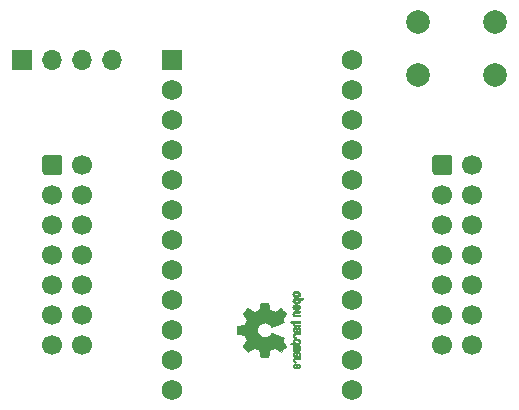
<source format=gbr>
%TF.GenerationSoftware,KiCad,Pcbnew,(5.1.12-1-10_14)*%
%TF.CreationDate,2021-12-06T09:51:28+08:00*%
%TF.ProjectId,Pragmatic,50726167-6d61-4746-9963-2e6b69636164,V0.3*%
%TF.SameCoordinates,Original*%
%TF.FileFunction,Soldermask,Bot*%
%TF.FilePolarity,Negative*%
%FSLAX46Y46*%
G04 Gerber Fmt 4.6, Leading zero omitted, Abs format (unit mm)*
G04 Created by KiCad (PCBNEW (5.1.12-1-10_14)) date 2021-12-06 09:51:28*
%MOMM*%
%LPD*%
G01*
G04 APERTURE LIST*
%ADD10C,0.010000*%
%ADD11C,1.752600*%
%ADD12R,1.752600X1.752600*%
%ADD13O,1.700000X1.700000*%
%ADD14R,1.700000X1.700000*%
%ADD15C,2.000000*%
%ADD16C,1.700000*%
G04 APERTURE END LIST*
D10*
%TO.C,Logo1*%
G36*
X142285968Y-72429744D02*
G01*
X142307087Y-72486616D01*
X142307493Y-72487267D01*
X142333380Y-72522440D01*
X142363633Y-72548407D01*
X142403058Y-72566670D01*
X142456462Y-72578732D01*
X142528651Y-72586096D01*
X142624432Y-72590264D01*
X142638078Y-72590629D01*
X142843842Y-72595876D01*
X142866678Y-72551716D01*
X142882110Y-72519763D01*
X142889423Y-72500470D01*
X142889514Y-72499578D01*
X142876022Y-72496239D01*
X142839626Y-72493587D01*
X142786452Y-72491956D01*
X142743393Y-72491600D01*
X142673641Y-72491592D01*
X142629837Y-72488403D01*
X142608944Y-72477288D01*
X142607925Y-72453501D01*
X142623741Y-72412296D01*
X142652815Y-72350086D01*
X142676963Y-72304341D01*
X142697913Y-72280813D01*
X142720747Y-72273896D01*
X142721877Y-72273886D01*
X142761212Y-72285299D01*
X142782462Y-72319092D01*
X142785539Y-72370809D01*
X142785006Y-72408061D01*
X142795735Y-72427703D01*
X142821505Y-72439952D01*
X142854337Y-72447002D01*
X142872966Y-72436842D01*
X142875632Y-72433017D01*
X142886340Y-72397001D01*
X142887856Y-72346566D01*
X142880759Y-72294626D01*
X142867788Y-72257822D01*
X142824585Y-72206938D01*
X142764446Y-72178014D01*
X142717462Y-72172286D01*
X142675082Y-72176657D01*
X142640488Y-72192475D01*
X142609763Y-72223797D01*
X142578990Y-72274678D01*
X142544252Y-72349176D01*
X142542288Y-72353714D01*
X142511287Y-72420821D01*
X142485862Y-72462232D01*
X142463014Y-72479981D01*
X142439745Y-72476107D01*
X142413056Y-72452643D01*
X142406914Y-72445627D01*
X142383100Y-72398630D01*
X142384103Y-72349933D01*
X142407451Y-72307522D01*
X142450675Y-72279384D01*
X142459160Y-72276769D01*
X142500308Y-72251308D01*
X142520128Y-72219001D01*
X142539770Y-72172286D01*
X142488950Y-72172286D01*
X142415082Y-72186496D01*
X142347327Y-72228675D01*
X142324661Y-72250624D01*
X142295569Y-72300517D01*
X142282400Y-72363967D01*
X142285968Y-72429744D01*
G37*
X142285968Y-72429744D02*
X142307087Y-72486616D01*
X142307493Y-72487267D01*
X142333380Y-72522440D01*
X142363633Y-72548407D01*
X142403058Y-72566670D01*
X142456462Y-72578732D01*
X142528651Y-72586096D01*
X142624432Y-72590264D01*
X142638078Y-72590629D01*
X142843842Y-72595876D01*
X142866678Y-72551716D01*
X142882110Y-72519763D01*
X142889423Y-72500470D01*
X142889514Y-72499578D01*
X142876022Y-72496239D01*
X142839626Y-72493587D01*
X142786452Y-72491956D01*
X142743393Y-72491600D01*
X142673641Y-72491592D01*
X142629837Y-72488403D01*
X142608944Y-72477288D01*
X142607925Y-72453501D01*
X142623741Y-72412296D01*
X142652815Y-72350086D01*
X142676963Y-72304341D01*
X142697913Y-72280813D01*
X142720747Y-72273896D01*
X142721877Y-72273886D01*
X142761212Y-72285299D01*
X142782462Y-72319092D01*
X142785539Y-72370809D01*
X142785006Y-72408061D01*
X142795735Y-72427703D01*
X142821505Y-72439952D01*
X142854337Y-72447002D01*
X142872966Y-72436842D01*
X142875632Y-72433017D01*
X142886340Y-72397001D01*
X142887856Y-72346566D01*
X142880759Y-72294626D01*
X142867788Y-72257822D01*
X142824585Y-72206938D01*
X142764446Y-72178014D01*
X142717462Y-72172286D01*
X142675082Y-72176657D01*
X142640488Y-72192475D01*
X142609763Y-72223797D01*
X142578990Y-72274678D01*
X142544252Y-72349176D01*
X142542288Y-72353714D01*
X142511287Y-72420821D01*
X142485862Y-72462232D01*
X142463014Y-72479981D01*
X142439745Y-72476107D01*
X142413056Y-72452643D01*
X142406914Y-72445627D01*
X142383100Y-72398630D01*
X142384103Y-72349933D01*
X142407451Y-72307522D01*
X142450675Y-72279384D01*
X142459160Y-72276769D01*
X142500308Y-72251308D01*
X142520128Y-72219001D01*
X142539770Y-72172286D01*
X142488950Y-72172286D01*
X142415082Y-72186496D01*
X142347327Y-72228675D01*
X142324661Y-72250624D01*
X142295569Y-72300517D01*
X142282400Y-72363967D01*
X142285968Y-72429744D01*
G36*
X142284755Y-72919926D02*
G01*
X142309084Y-72985858D01*
X142352117Y-73039273D01*
X142382409Y-73060164D01*
X142437994Y-73082939D01*
X142478186Y-73082466D01*
X142505217Y-73058562D01*
X142509813Y-73049717D01*
X142524144Y-73011530D01*
X142520472Y-72992028D01*
X142496407Y-72985422D01*
X142483114Y-72985086D01*
X142434210Y-72972992D01*
X142399999Y-72941471D01*
X142383476Y-72897659D01*
X142387634Y-72848695D01*
X142409227Y-72808894D01*
X142421544Y-72795450D01*
X142436487Y-72785921D01*
X142459075Y-72779485D01*
X142494328Y-72775317D01*
X142547266Y-72772597D01*
X142622907Y-72770502D01*
X142646857Y-72769960D01*
X142728790Y-72767981D01*
X142786455Y-72765731D01*
X142824608Y-72762357D01*
X142848004Y-72757006D01*
X142861398Y-72748824D01*
X142869545Y-72736959D01*
X142873144Y-72729362D01*
X142885452Y-72697102D01*
X142889514Y-72678111D01*
X142875948Y-72671836D01*
X142834934Y-72668006D01*
X142765999Y-72666600D01*
X142668669Y-72667598D01*
X142653657Y-72667908D01*
X142564859Y-72670101D01*
X142500019Y-72672693D01*
X142454067Y-72676382D01*
X142421935Y-72681864D01*
X142398553Y-72689835D01*
X142378852Y-72700993D01*
X142370410Y-72706830D01*
X142333057Y-72740296D01*
X142304003Y-72777727D01*
X142301467Y-72782309D01*
X142281443Y-72849426D01*
X142284755Y-72919926D01*
G37*
X142284755Y-72919926D02*
X142309084Y-72985858D01*
X142352117Y-73039273D01*
X142382409Y-73060164D01*
X142437994Y-73082939D01*
X142478186Y-73082466D01*
X142505217Y-73058562D01*
X142509813Y-73049717D01*
X142524144Y-73011530D01*
X142520472Y-72992028D01*
X142496407Y-72985422D01*
X142483114Y-72985086D01*
X142434210Y-72972992D01*
X142399999Y-72941471D01*
X142383476Y-72897659D01*
X142387634Y-72848695D01*
X142409227Y-72808894D01*
X142421544Y-72795450D01*
X142436487Y-72785921D01*
X142459075Y-72779485D01*
X142494328Y-72775317D01*
X142547266Y-72772597D01*
X142622907Y-72770502D01*
X142646857Y-72769960D01*
X142728790Y-72767981D01*
X142786455Y-72765731D01*
X142824608Y-72762357D01*
X142848004Y-72757006D01*
X142861398Y-72748824D01*
X142869545Y-72736959D01*
X142873144Y-72729362D01*
X142885452Y-72697102D01*
X142889514Y-72678111D01*
X142875948Y-72671836D01*
X142834934Y-72668006D01*
X142765999Y-72666600D01*
X142668669Y-72667598D01*
X142653657Y-72667908D01*
X142564859Y-72670101D01*
X142500019Y-72672693D01*
X142454067Y-72676382D01*
X142421935Y-72681864D01*
X142398553Y-72689835D01*
X142378852Y-72700993D01*
X142370410Y-72706830D01*
X142333057Y-72740296D01*
X142304003Y-72777727D01*
X142301467Y-72782309D01*
X142281443Y-72849426D01*
X142284755Y-72919926D01*
G36*
X142301966Y-75543595D02*
G01*
X142339497Y-75601021D01*
X142373096Y-75628719D01*
X142434064Y-75650662D01*
X142482308Y-75652405D01*
X142546816Y-75648457D01*
X142611934Y-75499686D01*
X142645202Y-75427349D01*
X142671964Y-75380084D01*
X142695144Y-75355507D01*
X142717667Y-75351237D01*
X142742455Y-75364889D01*
X142758886Y-75379943D01*
X142785235Y-75423746D01*
X142787081Y-75471389D01*
X142766546Y-75515145D01*
X142725752Y-75547289D01*
X142711347Y-75553038D01*
X142666356Y-75580576D01*
X142647182Y-75612258D01*
X142630779Y-75655714D01*
X142692966Y-75655714D01*
X142735283Y-75651872D01*
X142770969Y-75636823D01*
X142811943Y-75605280D01*
X142817267Y-75600592D01*
X142853720Y-75565506D01*
X142873283Y-75535347D01*
X142882283Y-75497615D01*
X142885230Y-75466335D01*
X142885965Y-75410385D01*
X142876660Y-75370555D01*
X142862846Y-75345708D01*
X142832467Y-75306656D01*
X142799613Y-75279625D01*
X142758294Y-75262517D01*
X142702521Y-75253238D01*
X142626305Y-75249693D01*
X142587622Y-75249410D01*
X142541247Y-75250372D01*
X142541247Y-75338007D01*
X142566126Y-75339023D01*
X142570200Y-75341556D01*
X142564665Y-75358274D01*
X142550017Y-75394249D01*
X142529190Y-75442331D01*
X142524714Y-75452386D01*
X142493814Y-75513152D01*
X142466657Y-75546632D01*
X142441220Y-75553990D01*
X142415481Y-75536391D01*
X142404109Y-75521856D01*
X142381364Y-75469410D01*
X142385122Y-75420322D01*
X142412884Y-75379227D01*
X142462152Y-75350758D01*
X142501257Y-75341631D01*
X142541247Y-75338007D01*
X142541247Y-75250372D01*
X142497249Y-75251285D01*
X142430384Y-75258196D01*
X142381695Y-75271884D01*
X142345849Y-75294096D01*
X142317513Y-75326574D01*
X142308355Y-75340733D01*
X142284507Y-75405053D01*
X142283006Y-75475473D01*
X142301966Y-75543595D01*
G37*
X142301966Y-75543595D02*
X142339497Y-75601021D01*
X142373096Y-75628719D01*
X142434064Y-75650662D01*
X142482308Y-75652405D01*
X142546816Y-75648457D01*
X142611934Y-75499686D01*
X142645202Y-75427349D01*
X142671964Y-75380084D01*
X142695144Y-75355507D01*
X142717667Y-75351237D01*
X142742455Y-75364889D01*
X142758886Y-75379943D01*
X142785235Y-75423746D01*
X142787081Y-75471389D01*
X142766546Y-75515145D01*
X142725752Y-75547289D01*
X142711347Y-75553038D01*
X142666356Y-75580576D01*
X142647182Y-75612258D01*
X142630779Y-75655714D01*
X142692966Y-75655714D01*
X142735283Y-75651872D01*
X142770969Y-75636823D01*
X142811943Y-75605280D01*
X142817267Y-75600592D01*
X142853720Y-75565506D01*
X142873283Y-75535347D01*
X142882283Y-75497615D01*
X142885230Y-75466335D01*
X142885965Y-75410385D01*
X142876660Y-75370555D01*
X142862846Y-75345708D01*
X142832467Y-75306656D01*
X142799613Y-75279625D01*
X142758294Y-75262517D01*
X142702521Y-75253238D01*
X142626305Y-75249693D01*
X142587622Y-75249410D01*
X142541247Y-75250372D01*
X142541247Y-75338007D01*
X142566126Y-75339023D01*
X142570200Y-75341556D01*
X142564665Y-75358274D01*
X142550017Y-75394249D01*
X142529190Y-75442331D01*
X142524714Y-75452386D01*
X142493814Y-75513152D01*
X142466657Y-75546632D01*
X142441220Y-75553990D01*
X142415481Y-75536391D01*
X142404109Y-75521856D01*
X142381364Y-75469410D01*
X142385122Y-75420322D01*
X142412884Y-75379227D01*
X142462152Y-75350758D01*
X142501257Y-75341631D01*
X142541247Y-75338007D01*
X142541247Y-75250372D01*
X142497249Y-75251285D01*
X142430384Y-75258196D01*
X142381695Y-75271884D01*
X142345849Y-75294096D01*
X142317513Y-75326574D01*
X142308355Y-75340733D01*
X142284507Y-75405053D01*
X142283006Y-75475473D01*
X142301966Y-75543595D01*
G36*
X142254918Y-69989744D02*
G01*
X142282568Y-70045201D01*
X142333480Y-70094148D01*
X142352338Y-70107629D01*
X142377015Y-70122314D01*
X142403816Y-70131842D01*
X142439587Y-70137293D01*
X142491169Y-70139747D01*
X142559267Y-70140286D01*
X142652588Y-70137852D01*
X142722657Y-70129394D01*
X142774931Y-70113174D01*
X142814869Y-70087454D01*
X142847929Y-70050497D01*
X142849886Y-70047782D01*
X142869908Y-70011360D01*
X142879815Y-69967502D01*
X142882257Y-69911724D01*
X142882257Y-69821048D01*
X142970283Y-69821010D01*
X143019308Y-69820166D01*
X143048065Y-69815024D01*
X143065311Y-69801587D01*
X143079808Y-69775858D01*
X143082769Y-69769679D01*
X143096648Y-69740764D01*
X143105414Y-69718376D01*
X143106171Y-69701729D01*
X143096023Y-69690036D01*
X143072073Y-69682510D01*
X143031426Y-69678366D01*
X142971186Y-69676815D01*
X142888455Y-69677071D01*
X142780339Y-69678349D01*
X142748000Y-69678748D01*
X142636524Y-69680185D01*
X142563603Y-69681472D01*
X142563603Y-69820971D01*
X142625499Y-69821755D01*
X142665997Y-69825240D01*
X142692708Y-69833124D01*
X142713244Y-69847105D01*
X142723260Y-69856597D01*
X142752567Y-69895404D01*
X142754952Y-69929763D01*
X142730750Y-69965216D01*
X142729857Y-69966114D01*
X142711153Y-69980539D01*
X142685732Y-69989313D01*
X142646584Y-69993739D01*
X142586697Y-69995118D01*
X142573430Y-69995143D01*
X142490901Y-69991812D01*
X142433691Y-69980969D01*
X142398766Y-69961340D01*
X142383094Y-69931650D01*
X142381514Y-69914491D01*
X142388926Y-69873766D01*
X142413330Y-69845832D01*
X142457980Y-69829017D01*
X142526130Y-69821650D01*
X142563603Y-69820971D01*
X142563603Y-69681472D01*
X142550245Y-69681708D01*
X142485333Y-69683677D01*
X142437958Y-69686450D01*
X142404290Y-69690388D01*
X142380498Y-69695849D01*
X142362753Y-69703192D01*
X142347224Y-69712777D01*
X142341381Y-69716887D01*
X142286185Y-69771405D01*
X142254890Y-69840336D01*
X142246165Y-69920072D01*
X142254918Y-69989744D01*
G37*
X142254918Y-69989744D02*
X142282568Y-70045201D01*
X142333480Y-70094148D01*
X142352338Y-70107629D01*
X142377015Y-70122314D01*
X142403816Y-70131842D01*
X142439587Y-70137293D01*
X142491169Y-70139747D01*
X142559267Y-70140286D01*
X142652588Y-70137852D01*
X142722657Y-70129394D01*
X142774931Y-70113174D01*
X142814869Y-70087454D01*
X142847929Y-70050497D01*
X142849886Y-70047782D01*
X142869908Y-70011360D01*
X142879815Y-69967502D01*
X142882257Y-69911724D01*
X142882257Y-69821048D01*
X142970283Y-69821010D01*
X143019308Y-69820166D01*
X143048065Y-69815024D01*
X143065311Y-69801587D01*
X143079808Y-69775858D01*
X143082769Y-69769679D01*
X143096648Y-69740764D01*
X143105414Y-69718376D01*
X143106171Y-69701729D01*
X143096023Y-69690036D01*
X143072073Y-69682510D01*
X143031426Y-69678366D01*
X142971186Y-69676815D01*
X142888455Y-69677071D01*
X142780339Y-69678349D01*
X142748000Y-69678748D01*
X142636524Y-69680185D01*
X142563603Y-69681472D01*
X142563603Y-69820971D01*
X142625499Y-69821755D01*
X142665997Y-69825240D01*
X142692708Y-69833124D01*
X142713244Y-69847105D01*
X142723260Y-69856597D01*
X142752567Y-69895404D01*
X142754952Y-69929763D01*
X142730750Y-69965216D01*
X142729857Y-69966114D01*
X142711153Y-69980539D01*
X142685732Y-69989313D01*
X142646584Y-69993739D01*
X142586697Y-69995118D01*
X142573430Y-69995143D01*
X142490901Y-69991812D01*
X142433691Y-69980969D01*
X142398766Y-69961340D01*
X142383094Y-69931650D01*
X142381514Y-69914491D01*
X142388926Y-69873766D01*
X142413330Y-69845832D01*
X142457980Y-69829017D01*
X142526130Y-69821650D01*
X142563603Y-69820971D01*
X142563603Y-69681472D01*
X142550245Y-69681708D01*
X142485333Y-69683677D01*
X142437958Y-69686450D01*
X142404290Y-69690388D01*
X142380498Y-69695849D01*
X142362753Y-69703192D01*
X142347224Y-69712777D01*
X142341381Y-69716887D01*
X142286185Y-69771405D01*
X142254890Y-69840336D01*
X142246165Y-69920072D01*
X142254918Y-69989744D01*
G36*
X142293752Y-75042600D02*
G01*
X142301334Y-75059948D01*
X142334128Y-75101356D01*
X142381547Y-75136765D01*
X142432151Y-75158664D01*
X142457098Y-75162229D01*
X142491927Y-75150279D01*
X142510357Y-75124067D01*
X142521516Y-75095964D01*
X142523572Y-75083095D01*
X142508649Y-75076829D01*
X142476175Y-75064456D01*
X142461502Y-75059028D01*
X142410744Y-75028590D01*
X142385427Y-74984520D01*
X142386206Y-74928010D01*
X142387203Y-74923825D01*
X142401507Y-74893655D01*
X142429393Y-74871476D01*
X142474287Y-74856327D01*
X142539615Y-74847250D01*
X142628804Y-74843286D01*
X142676261Y-74842914D01*
X142751071Y-74842730D01*
X142802069Y-74841522D01*
X142834471Y-74838309D01*
X142853495Y-74832109D01*
X142864356Y-74821940D01*
X142872272Y-74806819D01*
X142872670Y-74805946D01*
X142884981Y-74776828D01*
X142889514Y-74762403D01*
X142875809Y-74760186D01*
X142837925Y-74758289D01*
X142780715Y-74756847D01*
X142709027Y-74755998D01*
X142656565Y-74755829D01*
X142555047Y-74756692D01*
X142478032Y-74760070D01*
X142421023Y-74767142D01*
X142379526Y-74779088D01*
X142349043Y-74797090D01*
X142325080Y-74822327D01*
X142308355Y-74847247D01*
X142286097Y-74907171D01*
X142281076Y-74976911D01*
X142293752Y-75042600D01*
G37*
X142293752Y-75042600D02*
X142301334Y-75059948D01*
X142334128Y-75101356D01*
X142381547Y-75136765D01*
X142432151Y-75158664D01*
X142457098Y-75162229D01*
X142491927Y-75150279D01*
X142510357Y-75124067D01*
X142521516Y-75095964D01*
X142523572Y-75083095D01*
X142508649Y-75076829D01*
X142476175Y-75064456D01*
X142461502Y-75059028D01*
X142410744Y-75028590D01*
X142385427Y-74984520D01*
X142386206Y-74928010D01*
X142387203Y-74923825D01*
X142401507Y-74893655D01*
X142429393Y-74871476D01*
X142474287Y-74856327D01*
X142539615Y-74847250D01*
X142628804Y-74843286D01*
X142676261Y-74842914D01*
X142751071Y-74842730D01*
X142802069Y-74841522D01*
X142834471Y-74838309D01*
X142853495Y-74832109D01*
X142864356Y-74821940D01*
X142872272Y-74806819D01*
X142872670Y-74805946D01*
X142884981Y-74776828D01*
X142889514Y-74762403D01*
X142875809Y-74760186D01*
X142837925Y-74758289D01*
X142780715Y-74756847D01*
X142709027Y-74755998D01*
X142656565Y-74755829D01*
X142555047Y-74756692D01*
X142478032Y-74760070D01*
X142421023Y-74767142D01*
X142379526Y-74779088D01*
X142349043Y-74797090D01*
X142325080Y-74822327D01*
X142308355Y-74847247D01*
X142286097Y-74907171D01*
X142281076Y-74976911D01*
X142293752Y-75042600D01*
G36*
X142256962Y-69431115D02*
G01*
X142292733Y-69499145D01*
X142350301Y-69549351D01*
X142387312Y-69567185D01*
X142442882Y-69581063D01*
X142513096Y-69588167D01*
X142589727Y-69588840D01*
X142664552Y-69583427D01*
X142729342Y-69572270D01*
X142775873Y-69555714D01*
X142783887Y-69550626D01*
X142843707Y-69490355D01*
X142879535Y-69418769D01*
X142890020Y-69341092D01*
X142873810Y-69262548D01*
X142864092Y-69240689D01*
X142834143Y-69198122D01*
X142794433Y-69160763D01*
X142789397Y-69157232D01*
X142765124Y-69142881D01*
X142739178Y-69133394D01*
X142705022Y-69127790D01*
X142656119Y-69125086D01*
X142585935Y-69124299D01*
X142570200Y-69124286D01*
X142565192Y-69124322D01*
X142565192Y-69269429D01*
X142631430Y-69270273D01*
X142675386Y-69273596D01*
X142703779Y-69280583D01*
X142723325Y-69292416D01*
X142729857Y-69298457D01*
X142754680Y-69333186D01*
X142753548Y-69366903D01*
X142732016Y-69400995D01*
X142709029Y-69421329D01*
X142675478Y-69433371D01*
X142622569Y-69440134D01*
X142616399Y-69440598D01*
X142520513Y-69441752D01*
X142449299Y-69429688D01*
X142403194Y-69404570D01*
X142382635Y-69366560D01*
X142381514Y-69352992D01*
X142387152Y-69317364D01*
X142406686Y-69292994D01*
X142444042Y-69278093D01*
X142503150Y-69270875D01*
X142565192Y-69269429D01*
X142565192Y-69124322D01*
X142495413Y-69124826D01*
X142443159Y-69127096D01*
X142406949Y-69132068D01*
X142380299Y-69140713D01*
X142356722Y-69154005D01*
X142352338Y-69156943D01*
X142293249Y-69206313D01*
X142258947Y-69260109D01*
X142245331Y-69325602D01*
X142244665Y-69347842D01*
X142256962Y-69431115D01*
G37*
X142256962Y-69431115D02*
X142292733Y-69499145D01*
X142350301Y-69549351D01*
X142387312Y-69567185D01*
X142442882Y-69581063D01*
X142513096Y-69588167D01*
X142589727Y-69588840D01*
X142664552Y-69583427D01*
X142729342Y-69572270D01*
X142775873Y-69555714D01*
X142783887Y-69550626D01*
X142843707Y-69490355D01*
X142879535Y-69418769D01*
X142890020Y-69341092D01*
X142873810Y-69262548D01*
X142864092Y-69240689D01*
X142834143Y-69198122D01*
X142794433Y-69160763D01*
X142789397Y-69157232D01*
X142765124Y-69142881D01*
X142739178Y-69133394D01*
X142705022Y-69127790D01*
X142656119Y-69125086D01*
X142585935Y-69124299D01*
X142570200Y-69124286D01*
X142565192Y-69124322D01*
X142565192Y-69269429D01*
X142631430Y-69270273D01*
X142675386Y-69273596D01*
X142703779Y-69280583D01*
X142723325Y-69292416D01*
X142729857Y-69298457D01*
X142754680Y-69333186D01*
X142753548Y-69366903D01*
X142732016Y-69400995D01*
X142709029Y-69421329D01*
X142675478Y-69433371D01*
X142622569Y-69440134D01*
X142616399Y-69440598D01*
X142520513Y-69441752D01*
X142449299Y-69429688D01*
X142403194Y-69404570D01*
X142382635Y-69366560D01*
X142381514Y-69352992D01*
X142387152Y-69317364D01*
X142406686Y-69292994D01*
X142444042Y-69278093D01*
X142503150Y-69270875D01*
X142565192Y-69269429D01*
X142565192Y-69124322D01*
X142495413Y-69124826D01*
X142443159Y-69127096D01*
X142406949Y-69132068D01*
X142380299Y-69140713D01*
X142356722Y-69154005D01*
X142352338Y-69156943D01*
X142293249Y-69206313D01*
X142258947Y-69260109D01*
X142245331Y-69325602D01*
X142244665Y-69347842D01*
X142256962Y-69431115D01*
G36*
X142262780Y-71106093D02*
G01*
X142289723Y-71152672D01*
X142316466Y-71185057D01*
X142344484Y-71208742D01*
X142378748Y-71225059D01*
X142424227Y-71235339D01*
X142485892Y-71240914D01*
X142568711Y-71243116D01*
X142628246Y-71243371D01*
X142847391Y-71243371D01*
X142875044Y-71181686D01*
X142902697Y-71120000D01*
X142662670Y-71112743D01*
X142573028Y-71109744D01*
X142507962Y-71106598D01*
X142463026Y-71102701D01*
X142433770Y-71097447D01*
X142415748Y-71090231D01*
X142404511Y-71080450D01*
X142402079Y-71077312D01*
X142383083Y-71029761D01*
X142390600Y-70981697D01*
X142410543Y-70953086D01*
X142424675Y-70941447D01*
X142443220Y-70933391D01*
X142471334Y-70928271D01*
X142514173Y-70925441D01*
X142576895Y-70924256D01*
X142642261Y-70924057D01*
X142724268Y-70924018D01*
X142782316Y-70922614D01*
X142821465Y-70917914D01*
X142846780Y-70907987D01*
X142863323Y-70890903D01*
X142876156Y-70864732D01*
X142889491Y-70829775D01*
X142904007Y-70791596D01*
X142646389Y-70796141D01*
X142553519Y-70797971D01*
X142484889Y-70800112D01*
X142435711Y-70803181D01*
X142401198Y-70807794D01*
X142376562Y-70814568D01*
X142357016Y-70824119D01*
X142339770Y-70835634D01*
X142284680Y-70891190D01*
X142252822Y-70958980D01*
X142245191Y-71032713D01*
X142262780Y-71106093D01*
G37*
X142262780Y-71106093D02*
X142289723Y-71152672D01*
X142316466Y-71185057D01*
X142344484Y-71208742D01*
X142378748Y-71225059D01*
X142424227Y-71235339D01*
X142485892Y-71240914D01*
X142568711Y-71243116D01*
X142628246Y-71243371D01*
X142847391Y-71243371D01*
X142875044Y-71181686D01*
X142902697Y-71120000D01*
X142662670Y-71112743D01*
X142573028Y-71109744D01*
X142507962Y-71106598D01*
X142463026Y-71102701D01*
X142433770Y-71097447D01*
X142415748Y-71090231D01*
X142404511Y-71080450D01*
X142402079Y-71077312D01*
X142383083Y-71029761D01*
X142390600Y-70981697D01*
X142410543Y-70953086D01*
X142424675Y-70941447D01*
X142443220Y-70933391D01*
X142471334Y-70928271D01*
X142514173Y-70925441D01*
X142576895Y-70924256D01*
X142642261Y-70924057D01*
X142724268Y-70924018D01*
X142782316Y-70922614D01*
X142821465Y-70917914D01*
X142846780Y-70907987D01*
X142863323Y-70890903D01*
X142876156Y-70864732D01*
X142889491Y-70829775D01*
X142904007Y-70791596D01*
X142646389Y-70796141D01*
X142553519Y-70797971D01*
X142484889Y-70800112D01*
X142435711Y-70803181D01*
X142401198Y-70807794D01*
X142376562Y-70814568D01*
X142357016Y-70824119D01*
X142339770Y-70835634D01*
X142284680Y-70891190D01*
X142252822Y-70958980D01*
X142245191Y-71032713D01*
X142262780Y-71106093D01*
G36*
X142266239Y-70558303D02*
G01*
X142304735Y-70615527D01*
X142360335Y-70659749D01*
X142431086Y-70686167D01*
X142483162Y-70691510D01*
X142504893Y-70690903D01*
X142521531Y-70685822D01*
X142536437Y-70671855D01*
X142552973Y-70644589D01*
X142574498Y-70599612D01*
X142604374Y-70532511D01*
X142604524Y-70532171D01*
X142632813Y-70470407D01*
X142657933Y-70419759D01*
X142677179Y-70385404D01*
X142687848Y-70372518D01*
X142687934Y-70372514D01*
X142711166Y-70383872D01*
X142736774Y-70410431D01*
X142755221Y-70440923D01*
X142758886Y-70456370D01*
X142746212Y-70498515D01*
X142714471Y-70534808D01*
X142679572Y-70552517D01*
X142653845Y-70569552D01*
X142624546Y-70602922D01*
X142599235Y-70642149D01*
X142585471Y-70676756D01*
X142584714Y-70683993D01*
X142597160Y-70692139D01*
X142628972Y-70692630D01*
X142671866Y-70686643D01*
X142717558Y-70675357D01*
X142757761Y-70659950D01*
X142759322Y-70659171D01*
X142824062Y-70612804D01*
X142868097Y-70552711D01*
X142889711Y-70484465D01*
X142887185Y-70413638D01*
X142858804Y-70345804D01*
X142856808Y-70342788D01*
X142808448Y-70289427D01*
X142745352Y-70254340D01*
X142662387Y-70234922D01*
X142639078Y-70232316D01*
X142529055Y-70227701D01*
X142477748Y-70233233D01*
X142477748Y-70372514D01*
X142509753Y-70374324D01*
X142519093Y-70384222D01*
X142512105Y-70408898D01*
X142495587Y-70447795D01*
X142474881Y-70491275D01*
X142474333Y-70492356D01*
X142454949Y-70529209D01*
X142442013Y-70544000D01*
X142428451Y-70540353D01*
X142410632Y-70524995D01*
X142384845Y-70485923D01*
X142382950Y-70443846D01*
X142401717Y-70406103D01*
X142437915Y-70380034D01*
X142477748Y-70372514D01*
X142477748Y-70233233D01*
X142441027Y-70237194D01*
X142371212Y-70261550D01*
X142322302Y-70295456D01*
X142272878Y-70356653D01*
X142248359Y-70424063D01*
X142246797Y-70492880D01*
X142266239Y-70558303D01*
G37*
X142266239Y-70558303D02*
X142304735Y-70615527D01*
X142360335Y-70659749D01*
X142431086Y-70686167D01*
X142483162Y-70691510D01*
X142504893Y-70690903D01*
X142521531Y-70685822D01*
X142536437Y-70671855D01*
X142552973Y-70644589D01*
X142574498Y-70599612D01*
X142604374Y-70532511D01*
X142604524Y-70532171D01*
X142632813Y-70470407D01*
X142657933Y-70419759D01*
X142677179Y-70385404D01*
X142687848Y-70372518D01*
X142687934Y-70372514D01*
X142711166Y-70383872D01*
X142736774Y-70410431D01*
X142755221Y-70440923D01*
X142758886Y-70456370D01*
X142746212Y-70498515D01*
X142714471Y-70534808D01*
X142679572Y-70552517D01*
X142653845Y-70569552D01*
X142624546Y-70602922D01*
X142599235Y-70642149D01*
X142585471Y-70676756D01*
X142584714Y-70683993D01*
X142597160Y-70692139D01*
X142628972Y-70692630D01*
X142671866Y-70686643D01*
X142717558Y-70675357D01*
X142757761Y-70659950D01*
X142759322Y-70659171D01*
X142824062Y-70612804D01*
X142868097Y-70552711D01*
X142889711Y-70484465D01*
X142887185Y-70413638D01*
X142858804Y-70345804D01*
X142856808Y-70342788D01*
X142808448Y-70289427D01*
X142745352Y-70254340D01*
X142662387Y-70234922D01*
X142639078Y-70232316D01*
X142529055Y-70227701D01*
X142477748Y-70233233D01*
X142477748Y-70372514D01*
X142509753Y-70374324D01*
X142519093Y-70384222D01*
X142512105Y-70408898D01*
X142495587Y-70447795D01*
X142474881Y-70491275D01*
X142474333Y-70492356D01*
X142454949Y-70529209D01*
X142442013Y-70544000D01*
X142428451Y-70540353D01*
X142410632Y-70524995D01*
X142384845Y-70485923D01*
X142382950Y-70443846D01*
X142401717Y-70406103D01*
X142437915Y-70380034D01*
X142477748Y-70372514D01*
X142477748Y-70233233D01*
X142441027Y-70237194D01*
X142371212Y-70261550D01*
X142322302Y-70295456D01*
X142272878Y-70356653D01*
X142248359Y-70424063D01*
X142246797Y-70492880D01*
X142266239Y-70558303D01*
G36*
X142186289Y-71765886D02*
G01*
X142245613Y-71770139D01*
X142280572Y-71775025D01*
X142295820Y-71781795D01*
X142296015Y-71791702D01*
X142294195Y-71794914D01*
X142281015Y-71837644D01*
X142281785Y-71893227D01*
X142295333Y-71949737D01*
X142312861Y-71985082D01*
X142340861Y-72021321D01*
X142372549Y-72047813D01*
X142412813Y-72065999D01*
X142466543Y-72077322D01*
X142538626Y-72083222D01*
X142633951Y-72085143D01*
X142652237Y-72085177D01*
X142857646Y-72085200D01*
X142873580Y-72039491D01*
X142884420Y-72007027D01*
X142889468Y-71989215D01*
X142889514Y-71988691D01*
X142875828Y-71986937D01*
X142838076Y-71985444D01*
X142781224Y-71984326D01*
X142710234Y-71983697D01*
X142667073Y-71983600D01*
X142581973Y-71983398D01*
X142520981Y-71982358D01*
X142479177Y-71979831D01*
X142451642Y-71975164D01*
X142433456Y-71967707D01*
X142419698Y-71956811D01*
X142413073Y-71950007D01*
X142386375Y-71903272D01*
X142384375Y-71852272D01*
X142406955Y-71806001D01*
X142415107Y-71797444D01*
X142430436Y-71784893D01*
X142448618Y-71776188D01*
X142474909Y-71770631D01*
X142514562Y-71767526D01*
X142572832Y-71766176D01*
X142653173Y-71765886D01*
X142857646Y-71765886D01*
X142873580Y-71720177D01*
X142884420Y-71687713D01*
X142889468Y-71669901D01*
X142889514Y-71669377D01*
X142875623Y-71668037D01*
X142836439Y-71666828D01*
X142775700Y-71665801D01*
X142697141Y-71665002D01*
X142604498Y-71664481D01*
X142501509Y-71664286D01*
X142104342Y-71664286D01*
X142084444Y-71711457D01*
X142064547Y-71758629D01*
X142186289Y-71765886D01*
G37*
X142186289Y-71765886D02*
X142245613Y-71770139D01*
X142280572Y-71775025D01*
X142295820Y-71781795D01*
X142296015Y-71791702D01*
X142294195Y-71794914D01*
X142281015Y-71837644D01*
X142281785Y-71893227D01*
X142295333Y-71949737D01*
X142312861Y-71985082D01*
X142340861Y-72021321D01*
X142372549Y-72047813D01*
X142412813Y-72065999D01*
X142466543Y-72077322D01*
X142538626Y-72083222D01*
X142633951Y-72085143D01*
X142652237Y-72085177D01*
X142857646Y-72085200D01*
X142873580Y-72039491D01*
X142884420Y-72007027D01*
X142889468Y-71989215D01*
X142889514Y-71988691D01*
X142875828Y-71986937D01*
X142838076Y-71985444D01*
X142781224Y-71984326D01*
X142710234Y-71983697D01*
X142667073Y-71983600D01*
X142581973Y-71983398D01*
X142520981Y-71982358D01*
X142479177Y-71979831D01*
X142451642Y-71975164D01*
X142433456Y-71967707D01*
X142419698Y-71956811D01*
X142413073Y-71950007D01*
X142386375Y-71903272D01*
X142384375Y-71852272D01*
X142406955Y-71806001D01*
X142415107Y-71797444D01*
X142430436Y-71784893D01*
X142448618Y-71776188D01*
X142474909Y-71770631D01*
X142514562Y-71767526D01*
X142572832Y-71766176D01*
X142653173Y-71765886D01*
X142857646Y-71765886D01*
X142873580Y-71720177D01*
X142884420Y-71687713D01*
X142889468Y-71669901D01*
X142889514Y-71669377D01*
X142875623Y-71668037D01*
X142836439Y-71666828D01*
X142775700Y-71665801D01*
X142697141Y-71665002D01*
X142604498Y-71664481D01*
X142501509Y-71664286D01*
X142104342Y-71664286D01*
X142084444Y-71711457D01*
X142064547Y-71758629D01*
X142186289Y-71765886D01*
G36*
X142400358Y-73580117D02*
G01*
X142508837Y-73579933D01*
X142592287Y-73579219D01*
X142654704Y-73577675D01*
X142700085Y-73575001D01*
X142732429Y-73570894D01*
X142755733Y-73565055D01*
X142773995Y-73557182D01*
X142784418Y-73551221D01*
X142840945Y-73501855D01*
X142876377Y-73439264D01*
X142889090Y-73370013D01*
X142877463Y-73300668D01*
X142856568Y-73259375D01*
X142820422Y-73216025D01*
X142776276Y-73186481D01*
X142718462Y-73168655D01*
X142641313Y-73160463D01*
X142584714Y-73159302D01*
X142580647Y-73159458D01*
X142580647Y-73260857D01*
X142645550Y-73261476D01*
X142688514Y-73264314D01*
X142716622Y-73270840D01*
X142736953Y-73282523D01*
X142752288Y-73296483D01*
X142781890Y-73343365D01*
X142784419Y-73393701D01*
X142759705Y-73441276D01*
X142756356Y-73444979D01*
X142738935Y-73460783D01*
X142718209Y-73470693D01*
X142687362Y-73476058D01*
X142639577Y-73478228D01*
X142586748Y-73478571D01*
X142520381Y-73477827D01*
X142476106Y-73474748D01*
X142447009Y-73468061D01*
X142426173Y-73456496D01*
X142415107Y-73447013D01*
X142387198Y-73402960D01*
X142383843Y-73352224D01*
X142405159Y-73303796D01*
X142413073Y-73294450D01*
X142430647Y-73278540D01*
X142451587Y-73268610D01*
X142482782Y-73263278D01*
X142531122Y-73261163D01*
X142580647Y-73260857D01*
X142580647Y-73159458D01*
X142493568Y-73162810D01*
X142425086Y-73174726D01*
X142373600Y-73197135D01*
X142333443Y-73232124D01*
X142312861Y-73259375D01*
X142290625Y-73308907D01*
X142280304Y-73366316D01*
X142283067Y-73419682D01*
X142294212Y-73449543D01*
X142297383Y-73461261D01*
X142285557Y-73469037D01*
X142253866Y-73474465D01*
X142205593Y-73478571D01*
X142151829Y-73483067D01*
X142119482Y-73489313D01*
X142100985Y-73500676D01*
X142088770Y-73520528D01*
X142083362Y-73533000D01*
X142063601Y-73580171D01*
X142400358Y-73580117D01*
G37*
X142400358Y-73580117D02*
X142508837Y-73579933D01*
X142592287Y-73579219D01*
X142654704Y-73577675D01*
X142700085Y-73575001D01*
X142732429Y-73570894D01*
X142755733Y-73565055D01*
X142773995Y-73557182D01*
X142784418Y-73551221D01*
X142840945Y-73501855D01*
X142876377Y-73439264D01*
X142889090Y-73370013D01*
X142877463Y-73300668D01*
X142856568Y-73259375D01*
X142820422Y-73216025D01*
X142776276Y-73186481D01*
X142718462Y-73168655D01*
X142641313Y-73160463D01*
X142584714Y-73159302D01*
X142580647Y-73159458D01*
X142580647Y-73260857D01*
X142645550Y-73261476D01*
X142688514Y-73264314D01*
X142716622Y-73270840D01*
X142736953Y-73282523D01*
X142752288Y-73296483D01*
X142781890Y-73343365D01*
X142784419Y-73393701D01*
X142759705Y-73441276D01*
X142756356Y-73444979D01*
X142738935Y-73460783D01*
X142718209Y-73470693D01*
X142687362Y-73476058D01*
X142639577Y-73478228D01*
X142586748Y-73478571D01*
X142520381Y-73477827D01*
X142476106Y-73474748D01*
X142447009Y-73468061D01*
X142426173Y-73456496D01*
X142415107Y-73447013D01*
X142387198Y-73402960D01*
X142383843Y-73352224D01*
X142405159Y-73303796D01*
X142413073Y-73294450D01*
X142430647Y-73278540D01*
X142451587Y-73268610D01*
X142482782Y-73263278D01*
X142531122Y-73261163D01*
X142580647Y-73260857D01*
X142580647Y-73159458D01*
X142493568Y-73162810D01*
X142425086Y-73174726D01*
X142373600Y-73197135D01*
X142333443Y-73232124D01*
X142312861Y-73259375D01*
X142290625Y-73308907D01*
X142280304Y-73366316D01*
X142283067Y-73419682D01*
X142294212Y-73449543D01*
X142297383Y-73461261D01*
X142285557Y-73469037D01*
X142253866Y-73474465D01*
X142205593Y-73478571D01*
X142151829Y-73483067D01*
X142119482Y-73489313D01*
X142100985Y-73500676D01*
X142088770Y-73520528D01*
X142083362Y-73533000D01*
X142063601Y-73580171D01*
X142400358Y-73580117D01*
G36*
X142293663Y-74169833D02*
G01*
X142331850Y-74172048D01*
X142389886Y-74173784D01*
X142463180Y-74174899D01*
X142540055Y-74175257D01*
X142800196Y-74175257D01*
X142846127Y-74129326D01*
X142874429Y-74097675D01*
X142885893Y-74069890D01*
X142885168Y-74031915D01*
X142883321Y-74016840D01*
X142877948Y-73969726D01*
X142874869Y-73930756D01*
X142874585Y-73921257D01*
X142876445Y-73889233D01*
X142881114Y-73843432D01*
X142883321Y-73825674D01*
X142886735Y-73782057D01*
X142879320Y-73752745D01*
X142856427Y-73723680D01*
X142846127Y-73713188D01*
X142800196Y-73667257D01*
X142313602Y-73667257D01*
X142296758Y-73704226D01*
X142284282Y-73736059D01*
X142279914Y-73754683D01*
X142293718Y-73759458D01*
X142332286Y-73763921D01*
X142391356Y-73767775D01*
X142466663Y-73770722D01*
X142530286Y-73772143D01*
X142780657Y-73776114D01*
X142785556Y-73810759D01*
X142782131Y-73842268D01*
X142771041Y-73857708D01*
X142750308Y-73862023D01*
X142706145Y-73865708D01*
X142644146Y-73868469D01*
X142569909Y-73870012D01*
X142531706Y-73870235D01*
X142311783Y-73870457D01*
X142295849Y-73916166D01*
X142285015Y-73948518D01*
X142279962Y-73966115D01*
X142279914Y-73966623D01*
X142293648Y-73968388D01*
X142331730Y-73970329D01*
X142389482Y-73972282D01*
X142462227Y-73974084D01*
X142530286Y-73975343D01*
X142780657Y-73979314D01*
X142780657Y-74066400D01*
X142552240Y-74070396D01*
X142323822Y-74074392D01*
X142301868Y-74116847D01*
X142286793Y-74148192D01*
X142279951Y-74166744D01*
X142279914Y-74167279D01*
X142293663Y-74169833D01*
G37*
X142293663Y-74169833D02*
X142331850Y-74172048D01*
X142389886Y-74173784D01*
X142463180Y-74174899D01*
X142540055Y-74175257D01*
X142800196Y-74175257D01*
X142846127Y-74129326D01*
X142874429Y-74097675D01*
X142885893Y-74069890D01*
X142885168Y-74031915D01*
X142883321Y-74016840D01*
X142877948Y-73969726D01*
X142874869Y-73930756D01*
X142874585Y-73921257D01*
X142876445Y-73889233D01*
X142881114Y-73843432D01*
X142883321Y-73825674D01*
X142886735Y-73782057D01*
X142879320Y-73752745D01*
X142856427Y-73723680D01*
X142846127Y-73713188D01*
X142800196Y-73667257D01*
X142313602Y-73667257D01*
X142296758Y-73704226D01*
X142284282Y-73736059D01*
X142279914Y-73754683D01*
X142293718Y-73759458D01*
X142332286Y-73763921D01*
X142391356Y-73767775D01*
X142466663Y-73770722D01*
X142530286Y-73772143D01*
X142780657Y-73776114D01*
X142785556Y-73810759D01*
X142782131Y-73842268D01*
X142771041Y-73857708D01*
X142750308Y-73862023D01*
X142706145Y-73865708D01*
X142644146Y-73868469D01*
X142569909Y-73870012D01*
X142531706Y-73870235D01*
X142311783Y-73870457D01*
X142295849Y-73916166D01*
X142285015Y-73948518D01*
X142279962Y-73966115D01*
X142279914Y-73966623D01*
X142293648Y-73968388D01*
X142331730Y-73970329D01*
X142389482Y-73972282D01*
X142462227Y-73974084D01*
X142530286Y-73975343D01*
X142780657Y-73979314D01*
X142780657Y-74066400D01*
X142552240Y-74070396D01*
X142323822Y-74074392D01*
X142301868Y-74116847D01*
X142286793Y-74148192D01*
X142279951Y-74166744D01*
X142279914Y-74167279D01*
X142293663Y-74169833D01*
G36*
X142291335Y-74534876D02*
G01*
X142310344Y-74576667D01*
X142333378Y-74609469D01*
X142359133Y-74633503D01*
X142392358Y-74650097D01*
X142437800Y-74660577D01*
X142500207Y-74666271D01*
X142584327Y-74668507D01*
X142639721Y-74668743D01*
X142855826Y-74668743D01*
X142872670Y-74631774D01*
X142884981Y-74602656D01*
X142889514Y-74588231D01*
X142876025Y-74585472D01*
X142839653Y-74583282D01*
X142786542Y-74581942D01*
X142744372Y-74581657D01*
X142683447Y-74580434D01*
X142635115Y-74577136D01*
X142605518Y-74572321D01*
X142599229Y-74568496D01*
X142605652Y-74542783D01*
X142622125Y-74502418D01*
X142644458Y-74455679D01*
X142668457Y-74410845D01*
X142689930Y-74376193D01*
X142704685Y-74360002D01*
X142704845Y-74359938D01*
X142732152Y-74361330D01*
X142758219Y-74373818D01*
X142779392Y-74395743D01*
X142786474Y-74427743D01*
X142785649Y-74455092D01*
X142785042Y-74493826D01*
X142794116Y-74514158D01*
X142818092Y-74526369D01*
X142822613Y-74527909D01*
X142856806Y-74533203D01*
X142877568Y-74519047D01*
X142887462Y-74482148D01*
X142889292Y-74442289D01*
X142875727Y-74370562D01*
X142856355Y-74333432D01*
X142810845Y-74287576D01*
X142754983Y-74263256D01*
X142695957Y-74261073D01*
X142640953Y-74281629D01*
X142606486Y-74312549D01*
X142587189Y-74343420D01*
X142562759Y-74391942D01*
X142537985Y-74448485D01*
X142534199Y-74457910D01*
X142506791Y-74520019D01*
X142482634Y-74555822D01*
X142458619Y-74567337D01*
X142431635Y-74556580D01*
X142410543Y-74538114D01*
X142384572Y-74494469D01*
X142382624Y-74446446D01*
X142402637Y-74402406D01*
X142442551Y-74370709D01*
X142452848Y-74366549D01*
X142490724Y-74342327D01*
X142518842Y-74306965D01*
X142541917Y-74262343D01*
X142476485Y-74262343D01*
X142436506Y-74264969D01*
X142404997Y-74276230D01*
X142371378Y-74301199D01*
X142345484Y-74325169D01*
X142308817Y-74362441D01*
X142289121Y-74391401D01*
X142281220Y-74422505D01*
X142279914Y-74457713D01*
X142291335Y-74534876D01*
G37*
X142291335Y-74534876D02*
X142310344Y-74576667D01*
X142333378Y-74609469D01*
X142359133Y-74633503D01*
X142392358Y-74650097D01*
X142437800Y-74660577D01*
X142500207Y-74666271D01*
X142584327Y-74668507D01*
X142639721Y-74668743D01*
X142855826Y-74668743D01*
X142872670Y-74631774D01*
X142884981Y-74602656D01*
X142889514Y-74588231D01*
X142876025Y-74585472D01*
X142839653Y-74583282D01*
X142786542Y-74581942D01*
X142744372Y-74581657D01*
X142683447Y-74580434D01*
X142635115Y-74577136D01*
X142605518Y-74572321D01*
X142599229Y-74568496D01*
X142605652Y-74542783D01*
X142622125Y-74502418D01*
X142644458Y-74455679D01*
X142668457Y-74410845D01*
X142689930Y-74376193D01*
X142704685Y-74360002D01*
X142704845Y-74359938D01*
X142732152Y-74361330D01*
X142758219Y-74373818D01*
X142779392Y-74395743D01*
X142786474Y-74427743D01*
X142785649Y-74455092D01*
X142785042Y-74493826D01*
X142794116Y-74514158D01*
X142818092Y-74526369D01*
X142822613Y-74527909D01*
X142856806Y-74533203D01*
X142877568Y-74519047D01*
X142887462Y-74482148D01*
X142889292Y-74442289D01*
X142875727Y-74370562D01*
X142856355Y-74333432D01*
X142810845Y-74287576D01*
X142754983Y-74263256D01*
X142695957Y-74261073D01*
X142640953Y-74281629D01*
X142606486Y-74312549D01*
X142587189Y-74343420D01*
X142562759Y-74391942D01*
X142537985Y-74448485D01*
X142534199Y-74457910D01*
X142506791Y-74520019D01*
X142482634Y-74555822D01*
X142458619Y-74567337D01*
X142431635Y-74556580D01*
X142410543Y-74538114D01*
X142384572Y-74494469D01*
X142382624Y-74446446D01*
X142402637Y-74402406D01*
X142442551Y-74370709D01*
X142452848Y-74366549D01*
X142490724Y-74342327D01*
X142518842Y-74306965D01*
X142541917Y-74262343D01*
X142476485Y-74262343D01*
X142436506Y-74264969D01*
X142404997Y-74276230D01*
X142371378Y-74301199D01*
X142345484Y-74325169D01*
X142308817Y-74362441D01*
X142289121Y-74391401D01*
X142281220Y-74422505D01*
X142279914Y-74457713D01*
X142291335Y-74534876D01*
G36*
X137577348Y-72493910D02*
G01*
X137577778Y-72572454D01*
X137578942Y-72629298D01*
X137581207Y-72668105D01*
X137584940Y-72692538D01*
X137590506Y-72706262D01*
X137598273Y-72712940D01*
X137608605Y-72716236D01*
X137609943Y-72716556D01*
X137634079Y-72721562D01*
X137681701Y-72730829D01*
X137747741Y-72743392D01*
X137827128Y-72758287D01*
X137914796Y-72774551D01*
X137917875Y-72775119D01*
X138003789Y-72791410D01*
X138079696Y-72806652D01*
X138141045Y-72819861D01*
X138183282Y-72830054D01*
X138201855Y-72836248D01*
X138202184Y-72836543D01*
X138211253Y-72854788D01*
X138226367Y-72892405D01*
X138244262Y-72941271D01*
X138244358Y-72941543D01*
X138267493Y-73003093D01*
X138296965Y-73075657D01*
X138326597Y-73144057D01*
X138328062Y-73147294D01*
X138378626Y-73258702D01*
X138210160Y-73505399D01*
X138158803Y-73581077D01*
X138112889Y-73649631D01*
X138075030Y-73707088D01*
X138047837Y-73749476D01*
X138033921Y-73772825D01*
X138032889Y-73775042D01*
X138037484Y-73792010D01*
X138059655Y-73823701D01*
X138100447Y-73871352D01*
X138160905Y-73936198D01*
X138225227Y-74002397D01*
X138288612Y-74066214D01*
X138346451Y-74123329D01*
X138395175Y-74170305D01*
X138431210Y-74203703D01*
X138450984Y-74220085D01*
X138452002Y-74220694D01*
X138465572Y-74222505D01*
X138487733Y-74215683D01*
X138521478Y-74198540D01*
X138569800Y-74169393D01*
X138635692Y-74126555D01*
X138720517Y-74069448D01*
X138795177Y-74018766D01*
X138862140Y-73973461D01*
X138917516Y-73936150D01*
X138957420Y-73909452D01*
X138977962Y-73895985D01*
X138979356Y-73895137D01*
X138999038Y-73896781D01*
X139037293Y-73909245D01*
X139086889Y-73930048D01*
X139102728Y-73937462D01*
X139173290Y-73969814D01*
X139253353Y-74004328D01*
X139322629Y-74032365D01*
X139374045Y-74052568D01*
X139413119Y-74068615D01*
X139433541Y-74077888D01*
X139435114Y-74079041D01*
X139437721Y-74096096D01*
X139444863Y-74136298D01*
X139455523Y-74194302D01*
X139468685Y-74264763D01*
X139483333Y-74342335D01*
X139498449Y-74421672D01*
X139513018Y-74497431D01*
X139526022Y-74564264D01*
X139536445Y-74616828D01*
X139543270Y-74649776D01*
X139545199Y-74657857D01*
X139549962Y-74666205D01*
X139560718Y-74672506D01*
X139581098Y-74677045D01*
X139614734Y-74680104D01*
X139665255Y-74681967D01*
X139736292Y-74682918D01*
X139831476Y-74683240D01*
X139870492Y-74683257D01*
X140187799Y-74683257D01*
X140202839Y-74607057D01*
X140210995Y-74564663D01*
X140222899Y-74501400D01*
X140237116Y-74424962D01*
X140252210Y-74343043D01*
X140256355Y-74320400D01*
X140271053Y-74244806D01*
X140285505Y-74178953D01*
X140298375Y-74128366D01*
X140308322Y-74098574D01*
X140311287Y-74093612D01*
X140332283Y-74081426D01*
X140372967Y-74063953D01*
X140425322Y-74044577D01*
X140436600Y-74040734D01*
X140506523Y-74015339D01*
X140585418Y-73983817D01*
X140656266Y-73952969D01*
X140656595Y-73952817D01*
X140767733Y-73901447D01*
X141016253Y-74070399D01*
X141264772Y-74239352D01*
X141482058Y-74022429D01*
X141546726Y-73956819D01*
X141603733Y-73896979D01*
X141650033Y-73846267D01*
X141682584Y-73808046D01*
X141698343Y-73785675D01*
X141699343Y-73782466D01*
X141691469Y-73763626D01*
X141669578Y-73725180D01*
X141636267Y-73671330D01*
X141594131Y-73606276D01*
X141546943Y-73535940D01*
X141498810Y-73464555D01*
X141456928Y-73400908D01*
X141423871Y-73349041D01*
X141402218Y-73312995D01*
X141394543Y-73296867D01*
X141401037Y-73277189D01*
X141418150Y-73239875D01*
X141442326Y-73192621D01*
X141445013Y-73187612D01*
X141476927Y-73123977D01*
X141492579Y-73080341D01*
X141492745Y-73053202D01*
X141478204Y-73039057D01*
X141478000Y-73038975D01*
X141460779Y-73031905D01*
X141419899Y-73015042D01*
X141358525Y-72989695D01*
X141279819Y-72957171D01*
X141186947Y-72918778D01*
X141083072Y-72875822D01*
X140982502Y-72834222D01*
X140871516Y-72788504D01*
X140768703Y-72746526D01*
X140677215Y-72709548D01*
X140600201Y-72678827D01*
X140540815Y-72655622D01*
X140502209Y-72641190D01*
X140487800Y-72636743D01*
X140471272Y-72647896D01*
X140444930Y-72677069D01*
X140415887Y-72715971D01*
X140324039Y-72826757D01*
X140218759Y-72913351D01*
X140102266Y-72974716D01*
X139976776Y-73009815D01*
X139844507Y-73017608D01*
X139783457Y-73011943D01*
X139656795Y-72981078D01*
X139544941Y-72927920D01*
X139449001Y-72855767D01*
X139370076Y-72767917D01*
X139309270Y-72667665D01*
X139267687Y-72558310D01*
X139246428Y-72443147D01*
X139246599Y-72325475D01*
X139269301Y-72208590D01*
X139315638Y-72095789D01*
X139386713Y-71990369D01*
X139426911Y-71946368D01*
X139530129Y-71861979D01*
X139642925Y-71803222D01*
X139762010Y-71769704D01*
X139884095Y-71761035D01*
X140005893Y-71776823D01*
X140124116Y-71816678D01*
X140235475Y-71880207D01*
X140336684Y-71967021D01*
X140415887Y-72064029D01*
X140446162Y-72104437D01*
X140472219Y-72132982D01*
X140487825Y-72143257D01*
X140504843Y-72137877D01*
X140545500Y-72122575D01*
X140606642Y-72098612D01*
X140685119Y-72067244D01*
X140777780Y-72029732D01*
X140881472Y-71987333D01*
X140982526Y-71945663D01*
X141093607Y-71899690D01*
X141196541Y-71857107D01*
X141288165Y-71819221D01*
X141365316Y-71787340D01*
X141424831Y-71762771D01*
X141463544Y-71746820D01*
X141478000Y-71740910D01*
X141492685Y-71726948D01*
X141492642Y-71699940D01*
X141477099Y-71656413D01*
X141445284Y-71592890D01*
X141445013Y-71592388D01*
X141420323Y-71544560D01*
X141402338Y-71505897D01*
X141394614Y-71484095D01*
X141394543Y-71483133D01*
X141402378Y-71466721D01*
X141424165Y-71430487D01*
X141457328Y-71378474D01*
X141499291Y-71314725D01*
X141546943Y-71244060D01*
X141595191Y-71172116D01*
X141637151Y-71107274D01*
X141670227Y-71053735D01*
X141691821Y-71015697D01*
X141699343Y-70997533D01*
X141689457Y-70980808D01*
X141661826Y-70947180D01*
X141619495Y-70900010D01*
X141565505Y-70842658D01*
X141502899Y-70778484D01*
X141481983Y-70757497D01*
X141264623Y-70540499D01*
X141022220Y-70705668D01*
X140947781Y-70755864D01*
X140880972Y-70799919D01*
X140825665Y-70835362D01*
X140785729Y-70859719D01*
X140765036Y-70870522D01*
X140763563Y-70870838D01*
X140744058Y-70865143D01*
X140704822Y-70849826D01*
X140652430Y-70827537D01*
X140617355Y-70811893D01*
X140550201Y-70782641D01*
X140482358Y-70755094D01*
X140425034Y-70733737D01*
X140407572Y-70727935D01*
X140360938Y-70711452D01*
X140324905Y-70695340D01*
X140311287Y-70686490D01*
X140302952Y-70666960D01*
X140291137Y-70624334D01*
X140277181Y-70564145D01*
X140262422Y-70491922D01*
X140256355Y-70459600D01*
X140241273Y-70377522D01*
X140226669Y-70298795D01*
X140213980Y-70231109D01*
X140204642Y-70182160D01*
X140202839Y-70172943D01*
X140187799Y-70096743D01*
X139870492Y-70096743D01*
X139766154Y-70096914D01*
X139687213Y-70097616D01*
X139630038Y-70099134D01*
X139590999Y-70101749D01*
X139566465Y-70105746D01*
X139552805Y-70111409D01*
X139546389Y-70119020D01*
X139545199Y-70122143D01*
X139540980Y-70140978D01*
X139532562Y-70182588D01*
X139520961Y-70241630D01*
X139507195Y-70312757D01*
X139492280Y-70390625D01*
X139477232Y-70469887D01*
X139463069Y-70545198D01*
X139450806Y-70611213D01*
X139441461Y-70662587D01*
X139436050Y-70693975D01*
X139435114Y-70700959D01*
X139422596Y-70707285D01*
X139389246Y-70721290D01*
X139341377Y-70740355D01*
X139322629Y-70747634D01*
X139250195Y-70776996D01*
X139170170Y-70811571D01*
X139102728Y-70842537D01*
X139051159Y-70865323D01*
X139008785Y-70880482D01*
X138982834Y-70885542D01*
X138979356Y-70884736D01*
X138962936Y-70874041D01*
X138926417Y-70849620D01*
X138873687Y-70814095D01*
X138808635Y-70770087D01*
X138735151Y-70720217D01*
X138720645Y-70710356D01*
X138634704Y-70652492D01*
X138569261Y-70609956D01*
X138521304Y-70581054D01*
X138487820Y-70564090D01*
X138465795Y-70557367D01*
X138452217Y-70559190D01*
X138452131Y-70559236D01*
X138434297Y-70573586D01*
X138399817Y-70605323D01*
X138352268Y-70651010D01*
X138295222Y-70707204D01*
X138232255Y-70770468D01*
X138225227Y-70777602D01*
X138148020Y-70857330D01*
X138091330Y-70918857D01*
X138054110Y-70963421D01*
X138035315Y-70992257D01*
X138032889Y-71004958D01*
X138043471Y-71023494D01*
X138067916Y-71061961D01*
X138103612Y-71116386D01*
X138147947Y-71182798D01*
X138198311Y-71257225D01*
X138210160Y-71274601D01*
X138378626Y-71521297D01*
X138328062Y-71632706D01*
X138298595Y-71700457D01*
X138268959Y-71773183D01*
X138245330Y-71835703D01*
X138244358Y-71838457D01*
X138226457Y-71887360D01*
X138211320Y-71925057D01*
X138202210Y-71943425D01*
X138202184Y-71943456D01*
X138185717Y-71949285D01*
X138145219Y-71959192D01*
X138085242Y-71972195D01*
X138010340Y-71987309D01*
X137925064Y-72003552D01*
X137917875Y-72004881D01*
X137830014Y-72021175D01*
X137750260Y-72036133D01*
X137683681Y-72048791D01*
X137635347Y-72058186D01*
X137610325Y-72063354D01*
X137609943Y-72063444D01*
X137599299Y-72066589D01*
X137591262Y-72072704D01*
X137585467Y-72085453D01*
X137581547Y-72108500D01*
X137579135Y-72145509D01*
X137577865Y-72200144D01*
X137577371Y-72276067D01*
X137577286Y-72376944D01*
X137577286Y-72390000D01*
X137577348Y-72493910D01*
G37*
X137577348Y-72493910D02*
X137577778Y-72572454D01*
X137578942Y-72629298D01*
X137581207Y-72668105D01*
X137584940Y-72692538D01*
X137590506Y-72706262D01*
X137598273Y-72712940D01*
X137608605Y-72716236D01*
X137609943Y-72716556D01*
X137634079Y-72721562D01*
X137681701Y-72730829D01*
X137747741Y-72743392D01*
X137827128Y-72758287D01*
X137914796Y-72774551D01*
X137917875Y-72775119D01*
X138003789Y-72791410D01*
X138079696Y-72806652D01*
X138141045Y-72819861D01*
X138183282Y-72830054D01*
X138201855Y-72836248D01*
X138202184Y-72836543D01*
X138211253Y-72854788D01*
X138226367Y-72892405D01*
X138244262Y-72941271D01*
X138244358Y-72941543D01*
X138267493Y-73003093D01*
X138296965Y-73075657D01*
X138326597Y-73144057D01*
X138328062Y-73147294D01*
X138378626Y-73258702D01*
X138210160Y-73505399D01*
X138158803Y-73581077D01*
X138112889Y-73649631D01*
X138075030Y-73707088D01*
X138047837Y-73749476D01*
X138033921Y-73772825D01*
X138032889Y-73775042D01*
X138037484Y-73792010D01*
X138059655Y-73823701D01*
X138100447Y-73871352D01*
X138160905Y-73936198D01*
X138225227Y-74002397D01*
X138288612Y-74066214D01*
X138346451Y-74123329D01*
X138395175Y-74170305D01*
X138431210Y-74203703D01*
X138450984Y-74220085D01*
X138452002Y-74220694D01*
X138465572Y-74222505D01*
X138487733Y-74215683D01*
X138521478Y-74198540D01*
X138569800Y-74169393D01*
X138635692Y-74126555D01*
X138720517Y-74069448D01*
X138795177Y-74018766D01*
X138862140Y-73973461D01*
X138917516Y-73936150D01*
X138957420Y-73909452D01*
X138977962Y-73895985D01*
X138979356Y-73895137D01*
X138999038Y-73896781D01*
X139037293Y-73909245D01*
X139086889Y-73930048D01*
X139102728Y-73937462D01*
X139173290Y-73969814D01*
X139253353Y-74004328D01*
X139322629Y-74032365D01*
X139374045Y-74052568D01*
X139413119Y-74068615D01*
X139433541Y-74077888D01*
X139435114Y-74079041D01*
X139437721Y-74096096D01*
X139444863Y-74136298D01*
X139455523Y-74194302D01*
X139468685Y-74264763D01*
X139483333Y-74342335D01*
X139498449Y-74421672D01*
X139513018Y-74497431D01*
X139526022Y-74564264D01*
X139536445Y-74616828D01*
X139543270Y-74649776D01*
X139545199Y-74657857D01*
X139549962Y-74666205D01*
X139560718Y-74672506D01*
X139581098Y-74677045D01*
X139614734Y-74680104D01*
X139665255Y-74681967D01*
X139736292Y-74682918D01*
X139831476Y-74683240D01*
X139870492Y-74683257D01*
X140187799Y-74683257D01*
X140202839Y-74607057D01*
X140210995Y-74564663D01*
X140222899Y-74501400D01*
X140237116Y-74424962D01*
X140252210Y-74343043D01*
X140256355Y-74320400D01*
X140271053Y-74244806D01*
X140285505Y-74178953D01*
X140298375Y-74128366D01*
X140308322Y-74098574D01*
X140311287Y-74093612D01*
X140332283Y-74081426D01*
X140372967Y-74063953D01*
X140425322Y-74044577D01*
X140436600Y-74040734D01*
X140506523Y-74015339D01*
X140585418Y-73983817D01*
X140656266Y-73952969D01*
X140656595Y-73952817D01*
X140767733Y-73901447D01*
X141016253Y-74070399D01*
X141264772Y-74239352D01*
X141482058Y-74022429D01*
X141546726Y-73956819D01*
X141603733Y-73896979D01*
X141650033Y-73846267D01*
X141682584Y-73808046D01*
X141698343Y-73785675D01*
X141699343Y-73782466D01*
X141691469Y-73763626D01*
X141669578Y-73725180D01*
X141636267Y-73671330D01*
X141594131Y-73606276D01*
X141546943Y-73535940D01*
X141498810Y-73464555D01*
X141456928Y-73400908D01*
X141423871Y-73349041D01*
X141402218Y-73312995D01*
X141394543Y-73296867D01*
X141401037Y-73277189D01*
X141418150Y-73239875D01*
X141442326Y-73192621D01*
X141445013Y-73187612D01*
X141476927Y-73123977D01*
X141492579Y-73080341D01*
X141492745Y-73053202D01*
X141478204Y-73039057D01*
X141478000Y-73038975D01*
X141460779Y-73031905D01*
X141419899Y-73015042D01*
X141358525Y-72989695D01*
X141279819Y-72957171D01*
X141186947Y-72918778D01*
X141083072Y-72875822D01*
X140982502Y-72834222D01*
X140871516Y-72788504D01*
X140768703Y-72746526D01*
X140677215Y-72709548D01*
X140600201Y-72678827D01*
X140540815Y-72655622D01*
X140502209Y-72641190D01*
X140487800Y-72636743D01*
X140471272Y-72647896D01*
X140444930Y-72677069D01*
X140415887Y-72715971D01*
X140324039Y-72826757D01*
X140218759Y-72913351D01*
X140102266Y-72974716D01*
X139976776Y-73009815D01*
X139844507Y-73017608D01*
X139783457Y-73011943D01*
X139656795Y-72981078D01*
X139544941Y-72927920D01*
X139449001Y-72855767D01*
X139370076Y-72767917D01*
X139309270Y-72667665D01*
X139267687Y-72558310D01*
X139246428Y-72443147D01*
X139246599Y-72325475D01*
X139269301Y-72208590D01*
X139315638Y-72095789D01*
X139386713Y-71990369D01*
X139426911Y-71946368D01*
X139530129Y-71861979D01*
X139642925Y-71803222D01*
X139762010Y-71769704D01*
X139884095Y-71761035D01*
X140005893Y-71776823D01*
X140124116Y-71816678D01*
X140235475Y-71880207D01*
X140336684Y-71967021D01*
X140415887Y-72064029D01*
X140446162Y-72104437D01*
X140472219Y-72132982D01*
X140487825Y-72143257D01*
X140504843Y-72137877D01*
X140545500Y-72122575D01*
X140606642Y-72098612D01*
X140685119Y-72067244D01*
X140777780Y-72029732D01*
X140881472Y-71987333D01*
X140982526Y-71945663D01*
X141093607Y-71899690D01*
X141196541Y-71857107D01*
X141288165Y-71819221D01*
X141365316Y-71787340D01*
X141424831Y-71762771D01*
X141463544Y-71746820D01*
X141478000Y-71740910D01*
X141492685Y-71726948D01*
X141492642Y-71699940D01*
X141477099Y-71656413D01*
X141445284Y-71592890D01*
X141445013Y-71592388D01*
X141420323Y-71544560D01*
X141402338Y-71505897D01*
X141394614Y-71484095D01*
X141394543Y-71483133D01*
X141402378Y-71466721D01*
X141424165Y-71430487D01*
X141457328Y-71378474D01*
X141499291Y-71314725D01*
X141546943Y-71244060D01*
X141595191Y-71172116D01*
X141637151Y-71107274D01*
X141670227Y-71053735D01*
X141691821Y-71015697D01*
X141699343Y-70997533D01*
X141689457Y-70980808D01*
X141661826Y-70947180D01*
X141619495Y-70900010D01*
X141565505Y-70842658D01*
X141502899Y-70778484D01*
X141481983Y-70757497D01*
X141264623Y-70540499D01*
X141022220Y-70705668D01*
X140947781Y-70755864D01*
X140880972Y-70799919D01*
X140825665Y-70835362D01*
X140785729Y-70859719D01*
X140765036Y-70870522D01*
X140763563Y-70870838D01*
X140744058Y-70865143D01*
X140704822Y-70849826D01*
X140652430Y-70827537D01*
X140617355Y-70811893D01*
X140550201Y-70782641D01*
X140482358Y-70755094D01*
X140425034Y-70733737D01*
X140407572Y-70727935D01*
X140360938Y-70711452D01*
X140324905Y-70695340D01*
X140311287Y-70686490D01*
X140302952Y-70666960D01*
X140291137Y-70624334D01*
X140277181Y-70564145D01*
X140262422Y-70491922D01*
X140256355Y-70459600D01*
X140241273Y-70377522D01*
X140226669Y-70298795D01*
X140213980Y-70231109D01*
X140204642Y-70182160D01*
X140202839Y-70172943D01*
X140187799Y-70096743D01*
X139870492Y-70096743D01*
X139766154Y-70096914D01*
X139687213Y-70097616D01*
X139630038Y-70099134D01*
X139590999Y-70101749D01*
X139566465Y-70105746D01*
X139552805Y-70111409D01*
X139546389Y-70119020D01*
X139545199Y-70122143D01*
X139540980Y-70140978D01*
X139532562Y-70182588D01*
X139520961Y-70241630D01*
X139507195Y-70312757D01*
X139492280Y-70390625D01*
X139477232Y-70469887D01*
X139463069Y-70545198D01*
X139450806Y-70611213D01*
X139441461Y-70662587D01*
X139436050Y-70693975D01*
X139435114Y-70700959D01*
X139422596Y-70707285D01*
X139389246Y-70721290D01*
X139341377Y-70740355D01*
X139322629Y-70747634D01*
X139250195Y-70776996D01*
X139170170Y-70811571D01*
X139102728Y-70842537D01*
X139051159Y-70865323D01*
X139008785Y-70880482D01*
X138982834Y-70885542D01*
X138979356Y-70884736D01*
X138962936Y-70874041D01*
X138926417Y-70849620D01*
X138873687Y-70814095D01*
X138808635Y-70770087D01*
X138735151Y-70720217D01*
X138720645Y-70710356D01*
X138634704Y-70652492D01*
X138569261Y-70609956D01*
X138521304Y-70581054D01*
X138487820Y-70564090D01*
X138465795Y-70557367D01*
X138452217Y-70559190D01*
X138452131Y-70559236D01*
X138434297Y-70573586D01*
X138399817Y-70605323D01*
X138352268Y-70651010D01*
X138295222Y-70707204D01*
X138232255Y-70770468D01*
X138225227Y-70777602D01*
X138148020Y-70857330D01*
X138091330Y-70918857D01*
X138054110Y-70963421D01*
X138035315Y-70992257D01*
X138032889Y-71004958D01*
X138043471Y-71023494D01*
X138067916Y-71061961D01*
X138103612Y-71116386D01*
X138147947Y-71182798D01*
X138198311Y-71257225D01*
X138210160Y-71274601D01*
X138378626Y-71521297D01*
X138328062Y-71632706D01*
X138298595Y-71700457D01*
X138268959Y-71773183D01*
X138245330Y-71835703D01*
X138244358Y-71838457D01*
X138226457Y-71887360D01*
X138211320Y-71925057D01*
X138202210Y-71943425D01*
X138202184Y-71943456D01*
X138185717Y-71949285D01*
X138145219Y-71959192D01*
X138085242Y-71972195D01*
X138010340Y-71987309D01*
X137925064Y-72003552D01*
X137917875Y-72004881D01*
X137830014Y-72021175D01*
X137750260Y-72036133D01*
X137683681Y-72048791D01*
X137635347Y-72058186D01*
X137610325Y-72063354D01*
X137609943Y-72063444D01*
X137599299Y-72066589D01*
X137591262Y-72072704D01*
X137585467Y-72085453D01*
X137581547Y-72108500D01*
X137579135Y-72145509D01*
X137577865Y-72200144D01*
X137577371Y-72276067D01*
X137577286Y-72376944D01*
X137577286Y-72390000D01*
X137577348Y-72493910D01*
%TD*%
D11*
%TO.C,U1*%
X147320000Y-49530000D03*
X132080000Y-77470000D03*
X147320000Y-52070000D03*
X147320000Y-54610000D03*
X147320000Y-57150000D03*
X147320000Y-59690000D03*
X147320000Y-62230000D03*
X147320000Y-64770000D03*
X147320000Y-67310000D03*
X147320000Y-69850000D03*
X147320000Y-72390000D03*
X147320000Y-74930000D03*
X147320000Y-77470000D03*
X132080000Y-74930000D03*
X132080000Y-72390000D03*
X132080000Y-69850000D03*
X132080000Y-67310000D03*
X132080000Y-64770000D03*
X132080000Y-62230000D03*
X132080000Y-59690000D03*
X132080000Y-57150000D03*
X132080000Y-54610000D03*
X132080000Y-52070000D03*
D12*
X132080000Y-49530000D03*
%TD*%
D13*
%TO.C,J3*%
X127000000Y-49530000D03*
X124460000Y-49530000D03*
X121920000Y-49530000D03*
D14*
X119380000Y-49530000D03*
%TD*%
D15*
%TO.C,SW1*%
X152885000Y-50800000D03*
X152885000Y-46300000D03*
X159385000Y-50800000D03*
X159385000Y-46300000D03*
%TD*%
D16*
%TO.C,J2*%
X157480000Y-73660000D03*
X157480000Y-71120000D03*
X157480000Y-68580000D03*
X157480000Y-66040000D03*
X157480000Y-63500000D03*
X157480000Y-60960000D03*
X157480000Y-58420000D03*
X154940000Y-73660000D03*
X154940000Y-71120000D03*
X154940000Y-68580000D03*
X154940000Y-66040000D03*
X154940000Y-63500000D03*
X154940000Y-60960000D03*
G36*
G01*
X154090000Y-59020000D02*
X154090000Y-57820000D01*
G75*
G02*
X154340000Y-57570000I250000J0D01*
G01*
X155540000Y-57570000D01*
G75*
G02*
X155790000Y-57820000I0J-250000D01*
G01*
X155790000Y-59020000D01*
G75*
G02*
X155540000Y-59270000I-250000J0D01*
G01*
X154340000Y-59270000D01*
G75*
G02*
X154090000Y-59020000I0J250000D01*
G01*
G37*
%TD*%
%TO.C,J1*%
X124460000Y-73660000D03*
X124460000Y-71120000D03*
X124460000Y-68580000D03*
X124460000Y-66040000D03*
X124460000Y-63500000D03*
X124460000Y-60960000D03*
X124460000Y-58420000D03*
X121920000Y-73660000D03*
X121920000Y-71120000D03*
X121920000Y-68580000D03*
X121920000Y-66040000D03*
X121920000Y-63500000D03*
X121920000Y-60960000D03*
G36*
G01*
X121070000Y-59020000D02*
X121070000Y-57820000D01*
G75*
G02*
X121320000Y-57570000I250000J0D01*
G01*
X122520000Y-57570000D01*
G75*
G02*
X122770000Y-57820000I0J-250000D01*
G01*
X122770000Y-59020000D01*
G75*
G02*
X122520000Y-59270000I-250000J0D01*
G01*
X121320000Y-59270000D01*
G75*
G02*
X121070000Y-59020000I0J250000D01*
G01*
G37*
%TD*%
M02*

</source>
